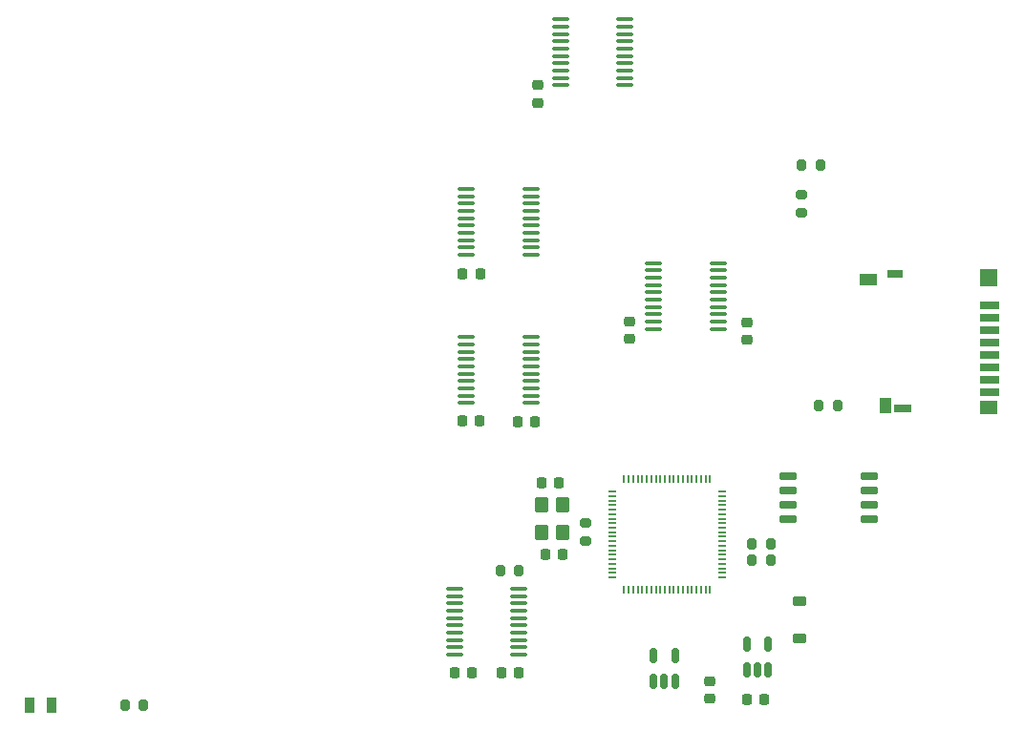
<source format=gtp>
G04 #@! TF.GenerationSoftware,KiCad,Pcbnew,9.0.7*
G04 #@! TF.CreationDate,2026-02-02T16:02:05+11:00*
G04 #@! TF.ProjectId,FlashCartProgrammer,466c6173-6843-4617-9274-50726f677261,rev?*
G04 #@! TF.SameCoordinates,Original*
G04 #@! TF.FileFunction,Paste,Top*
G04 #@! TF.FilePolarity,Positive*
%FSLAX46Y46*%
G04 Gerber Fmt 4.6, Leading zero omitted, Abs format (unit mm)*
G04 Created by KiCad (PCBNEW 9.0.7) date 2026-02-02 16:02:05*
%MOMM*%
%LPD*%
G01*
G04 APERTURE LIST*
G04 Aperture macros list*
%AMRoundRect*
0 Rectangle with rounded corners*
0 $1 Rounding radius*
0 $2 $3 $4 $5 $6 $7 $8 $9 X,Y pos of 4 corners*
0 Add a 4 corners polygon primitive as box body*
4,1,4,$2,$3,$4,$5,$6,$7,$8,$9,$2,$3,0*
0 Add four circle primitives for the rounded corners*
1,1,$1+$1,$2,$3*
1,1,$1+$1,$4,$5*
1,1,$1+$1,$6,$7*
1,1,$1+$1,$8,$9*
0 Add four rect primitives between the rounded corners*
20,1,$1+$1,$2,$3,$4,$5,0*
20,1,$1+$1,$4,$5,$6,$7,0*
20,1,$1+$1,$6,$7,$8,$9,0*
20,1,$1+$1,$8,$9,$2,$3,0*%
G04 Aperture macros list end*
%ADD10RoundRect,0.200000X-0.275000X0.200000X-0.275000X-0.200000X0.275000X-0.200000X0.275000X0.200000X0*%
%ADD11RoundRect,0.100000X0.637500X0.100000X-0.637500X0.100000X-0.637500X-0.100000X0.637500X-0.100000X0*%
%ADD12RoundRect,0.200000X-0.200000X-0.275000X0.200000X-0.275000X0.200000X0.275000X-0.200000X0.275000X0*%
%ADD13RoundRect,0.225000X0.375000X-0.225000X0.375000X0.225000X-0.375000X0.225000X-0.375000X-0.225000X0*%
%ADD14RoundRect,0.225000X-0.225000X-0.250000X0.225000X-0.250000X0.225000X0.250000X-0.225000X0.250000X0*%
%ADD15R,1.500000X0.800000*%
%ADD16R,1.500000X1.195000*%
%ADD17R,1.500000X1.500000*%
%ADD18R,1.400000X0.800000*%
%ADD19R,1.750000X0.800000*%
%ADD20R,1.000000X1.450000*%
%ADD21R,1.550000X1.000000*%
%ADD22RoundRect,0.250000X0.350000X-0.450000X0.350000X0.450000X-0.350000X0.450000X-0.350000X-0.450000X0*%
%ADD23RoundRect,0.225000X0.250000X-0.225000X0.250000X0.225000X-0.250000X0.225000X-0.250000X-0.225000X0*%
%ADD24R,0.950000X1.400000*%
%ADD25RoundRect,0.150000X0.150000X-0.512500X0.150000X0.512500X-0.150000X0.512500X-0.150000X-0.512500X0*%
%ADD26RoundRect,0.225000X0.225000X0.250000X-0.225000X0.250000X-0.225000X-0.250000X0.225000X-0.250000X0*%
%ADD27R,0.100000X0.100000*%
%ADD28R,0.220000X0.780000*%
%ADD29R,0.780000X0.220000*%
%ADD30RoundRect,0.200000X0.200000X0.275000X-0.200000X0.275000X-0.200000X-0.275000X0.200000X-0.275000X0*%
%ADD31RoundRect,0.150000X-0.650000X-0.150000X0.650000X-0.150000X0.650000X0.150000X-0.650000X0.150000X0*%
%ADD32RoundRect,0.200000X0.275000X-0.200000X0.275000X0.200000X-0.275000X0.200000X-0.275000X-0.200000X0*%
G04 APERTURE END LIST*
D10*
X156486535Y-130264863D03*
X156486535Y-131914863D03*
D11*
X150625000Y-141950000D03*
X150625000Y-141300000D03*
X150625000Y-140650000D03*
X150625000Y-140000000D03*
X150625000Y-139350000D03*
X150625000Y-138700000D03*
X150625000Y-138050000D03*
X150625000Y-137400000D03*
X150625000Y-136750000D03*
X150625000Y-136100000D03*
X144900000Y-136100000D03*
X144900000Y-136750000D03*
X144900000Y-137400000D03*
X144900000Y-138050000D03*
X144900000Y-138700000D03*
X144900000Y-139350000D03*
X144900000Y-140000000D03*
X144900000Y-140650000D03*
X144900000Y-141300000D03*
X144900000Y-141950000D03*
D12*
X171250000Y-132149530D03*
X172900000Y-132149530D03*
D13*
X175520000Y-140500000D03*
X175520000Y-137200000D03*
D14*
X145625000Y-108200000D03*
X147175000Y-108200000D03*
D15*
X184635000Y-120140000D03*
D16*
X192235000Y-119992500D03*
D17*
X192235000Y-108540000D03*
D18*
X183985000Y-108190000D03*
D19*
X192360000Y-110990000D03*
X192360000Y-112090000D03*
X192360000Y-113190000D03*
X192360000Y-114290000D03*
X192360000Y-115390000D03*
X192360000Y-116490000D03*
X192360000Y-117590000D03*
X192360000Y-118690000D03*
D20*
X183135000Y-119815000D03*
D21*
X181560000Y-108640000D03*
D11*
X151675000Y-106475000D03*
X151675000Y-105825000D03*
X151675000Y-105175000D03*
X151675000Y-104525000D03*
X151675000Y-103875000D03*
X151675000Y-103225000D03*
X151675000Y-102575000D03*
X151675000Y-101925000D03*
X151675000Y-101275000D03*
X151675000Y-100625000D03*
X145950000Y-100625000D03*
X145950000Y-101275000D03*
X145950000Y-101925000D03*
X145950000Y-102575000D03*
X145950000Y-103225000D03*
X145950000Y-103875000D03*
X145950000Y-104525000D03*
X145950000Y-105175000D03*
X145950000Y-105825000D03*
X145950000Y-106475000D03*
X168275000Y-113050000D03*
X168275000Y-112400000D03*
X168275000Y-111750000D03*
X168275000Y-111100000D03*
X168275000Y-110450000D03*
X168275000Y-109800000D03*
X168275000Y-109150000D03*
X168275000Y-108500000D03*
X168275000Y-107850000D03*
X168275000Y-107200000D03*
X162550000Y-107200000D03*
X162550000Y-107850000D03*
X162550000Y-108500000D03*
X162550000Y-109150000D03*
X162550000Y-109800000D03*
X162550000Y-110450000D03*
X162550000Y-111100000D03*
X162550000Y-111750000D03*
X162550000Y-112400000D03*
X162550000Y-113050000D03*
D22*
X154486535Y-131089863D03*
X154486535Y-128689863D03*
X152586535Y-128689863D03*
X152586535Y-131089863D03*
D23*
X167510000Y-145864863D03*
X167510000Y-144314863D03*
D24*
X107250000Y-146400000D03*
X109150000Y-146400000D03*
D25*
X170792500Y-143267637D03*
X171742500Y-143267637D03*
X172692500Y-143267637D03*
X172692500Y-140992637D03*
X170792500Y-140992637D03*
D26*
X152025000Y-121300000D03*
X150475000Y-121300000D03*
D11*
X160000000Y-91450000D03*
X160000000Y-90800000D03*
X160000000Y-90150000D03*
X160000000Y-89500000D03*
X160000000Y-88850000D03*
X160000000Y-88200000D03*
X160000000Y-87550000D03*
X160000000Y-86900000D03*
X160000000Y-86250000D03*
X160000000Y-85600000D03*
X154275000Y-85600000D03*
X154275000Y-86250000D03*
X154275000Y-86900000D03*
X154275000Y-87550000D03*
X154275000Y-88200000D03*
X154275000Y-88850000D03*
X154275000Y-89500000D03*
X154275000Y-90150000D03*
X154275000Y-90800000D03*
X154275000Y-91450000D03*
D14*
X144900000Y-143550000D03*
X146450000Y-143550000D03*
D11*
X151675000Y-119625000D03*
X151675000Y-118975000D03*
X151675000Y-118325000D03*
X151675000Y-117675000D03*
X151675000Y-117025000D03*
X151675000Y-116375000D03*
X151675000Y-115725000D03*
X151675000Y-115075000D03*
X151675000Y-114425000D03*
X151675000Y-113775000D03*
X145950000Y-113775000D03*
X145950000Y-114425000D03*
X145950000Y-115075000D03*
X145950000Y-115725000D03*
X145950000Y-116375000D03*
X145950000Y-117025000D03*
X145950000Y-117675000D03*
X145950000Y-118325000D03*
X145950000Y-118975000D03*
X145950000Y-119625000D03*
D27*
X165015035Y-130018363D03*
X164165035Y-130018363D03*
X163315035Y-130018363D03*
X162465035Y-130018363D03*
X165015035Y-130868363D03*
X164165035Y-130868363D03*
X163315035Y-130868363D03*
X162465035Y-130868363D03*
X165015035Y-131718363D03*
X164165035Y-131718363D03*
X163315035Y-131718363D03*
X162465035Y-131718363D03*
X165015035Y-132568363D03*
X164165035Y-132568363D03*
X163315035Y-132568363D03*
X162465035Y-132568363D03*
D28*
X167540035Y-126396863D03*
X167140035Y-126396863D03*
X166740035Y-126396863D03*
X166340035Y-126396863D03*
X165940035Y-126396863D03*
X165540035Y-126396863D03*
X165140035Y-126396863D03*
X164740035Y-126396863D03*
X164340035Y-126396863D03*
X163940035Y-126396863D03*
X163540035Y-126396863D03*
X163140035Y-126396863D03*
X162740035Y-126396863D03*
X162340035Y-126396863D03*
X161940035Y-126396863D03*
X161540035Y-126396863D03*
X161140035Y-126396863D03*
X160740035Y-126396863D03*
X160340035Y-126396863D03*
X159940035Y-126396863D03*
D29*
X158843535Y-127493363D03*
X158843535Y-127893363D03*
X158843535Y-128293363D03*
X158843535Y-128693363D03*
X158843535Y-129093363D03*
X158843535Y-129493363D03*
X158843535Y-129893363D03*
X158843535Y-130293363D03*
X158843535Y-130693363D03*
X158843535Y-131093363D03*
X158843535Y-131493363D03*
X158843535Y-131893363D03*
X158843535Y-132293363D03*
X158843535Y-132693363D03*
X158843535Y-133093363D03*
X158843535Y-133493363D03*
X158843535Y-133893363D03*
X158843535Y-134293363D03*
X158843535Y-134693363D03*
X158843535Y-135093363D03*
D28*
X159940035Y-136189863D03*
X160340035Y-136189863D03*
X160740035Y-136189863D03*
X161140035Y-136189863D03*
X161540035Y-136189863D03*
X161940035Y-136189863D03*
X162340035Y-136189863D03*
X162740035Y-136189863D03*
X163140035Y-136189863D03*
X163540035Y-136189863D03*
X163940035Y-136189863D03*
X164340035Y-136189863D03*
X164740035Y-136189863D03*
X165140035Y-136189863D03*
X165540035Y-136189863D03*
X165940035Y-136189863D03*
X166340035Y-136189863D03*
X166740035Y-136189863D03*
X167140035Y-136189863D03*
X167540035Y-136189863D03*
D29*
X168636535Y-135093363D03*
X168636535Y-134693363D03*
X168636535Y-134293363D03*
X168636535Y-133893363D03*
X168636535Y-133493363D03*
X168636535Y-133093363D03*
X168636535Y-132693363D03*
X168636535Y-132293363D03*
X168636535Y-131893363D03*
X168636535Y-131493363D03*
X168636535Y-131093363D03*
X168636535Y-130693363D03*
X168636535Y-130293363D03*
X168636535Y-129893363D03*
X168636535Y-129493363D03*
X168636535Y-129093363D03*
X168636535Y-128693363D03*
X168636535Y-128293363D03*
X168636535Y-127893363D03*
X168636535Y-127493363D03*
D26*
X154136535Y-126736363D03*
X152586535Y-126736363D03*
D25*
X162540035Y-144327363D03*
X163490035Y-144327363D03*
X164440035Y-144327363D03*
X164440035Y-142052363D03*
X162540035Y-142052363D03*
D26*
X150575000Y-143550000D03*
X149025000Y-143550000D03*
D30*
X150625000Y-134500000D03*
X148975000Y-134500000D03*
D12*
X177185000Y-119815000D03*
X178835000Y-119815000D03*
X171250000Y-133610000D03*
X172900000Y-133610000D03*
D14*
X152936535Y-133086363D03*
X154486535Y-133086363D03*
D12*
X175685000Y-98510000D03*
X177335000Y-98510000D03*
D31*
X174491035Y-126139863D03*
X174491035Y-127409863D03*
X174491035Y-128679863D03*
X174491035Y-129949863D03*
X181691035Y-129949863D03*
X181691035Y-128679863D03*
X181691035Y-127409863D03*
X181691035Y-126139863D03*
D12*
X115675000Y-146400000D03*
X117325000Y-146400000D03*
D23*
X160450000Y-113950000D03*
X160450000Y-112400000D03*
D14*
X145600000Y-121250000D03*
X147150000Y-121250000D03*
D26*
X172342500Y-145920000D03*
X170792500Y-145920000D03*
D32*
X175685000Y-102760000D03*
X175685000Y-101110000D03*
D23*
X152250000Y-93000000D03*
X152250000Y-91450000D03*
X170825000Y-114000000D03*
X170825000Y-112450000D03*
M02*

</source>
